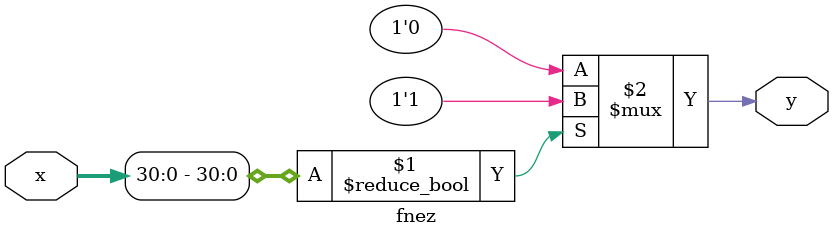
<source format=sv>
`default_nettype none

module fnez (
        /* verilator lint_off UNUSED */
        input wire [31:0]   x,
        /* verilator lint_on UNUSED */
        output wire         y
    );

    assign y = (x[30:0] != 31'b0) ? 1'b1 : 1'b0;

endmodule

`default_nettype wire
</source>
